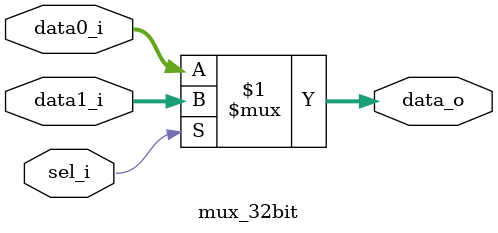
<source format=sv>
module mux_32bit #(
  parameter WIDTH = 24
)
(
  input logic [WIDTH-1:0] data0_i, data1_i,
  input logic sel_i,
  output logic [WIDTH-1:0] data_o
);

assign data_o = sel_i ? data1_i : data0_i;

endmodule: mux_32bit

</source>
